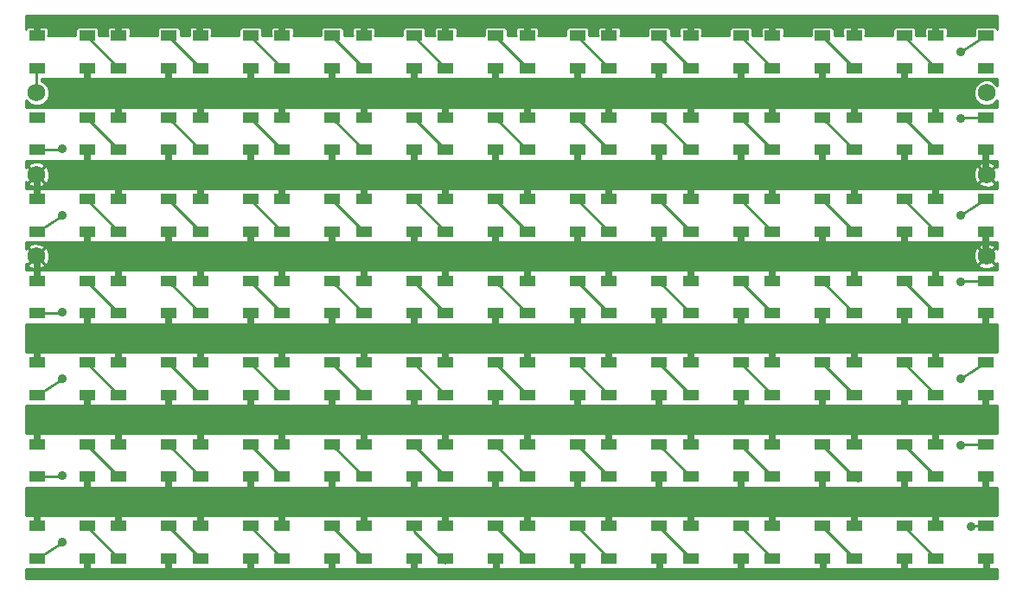
<source format=gbr>
G04 #@! TF.FileFunction,Copper,L1,Top,Signal*
%FSLAX46Y46*%
G04 Gerber Fmt 4.6, Leading zero omitted, Abs format (unit mm)*
G04 Created by KiCad (PCBNEW (after 2015-may-25 BZR unknown)-product) date 6/10/2015 5:05:59 PM*
%MOMM*%
G01*
G04 APERTURE LIST*
%ADD10C,0.100000*%
%ADD11C,1.750000*%
%ADD12R,1.500000X1.000000*%
%ADD13C,0.889000*%
%ADD14C,0.254000*%
%ADD15C,0.650000*%
G04 APERTURE END LIST*
D10*
D11*
X69500000Y-76000000D03*
X69500000Y-68000000D03*
X69500000Y-60000000D03*
X162500000Y-76000000D03*
X162500000Y-68000000D03*
X162500000Y-60000000D03*
D12*
X74450000Y-57600000D03*
X74450000Y-54400000D03*
X69550000Y-54400000D03*
X69550000Y-57600000D03*
X82450000Y-57600000D03*
X82450000Y-54400000D03*
X77550000Y-54400000D03*
X77550000Y-57600000D03*
X90450000Y-57600000D03*
X90450000Y-54400000D03*
X85550000Y-54400000D03*
X85550000Y-57600000D03*
X98450000Y-57600000D03*
X98450000Y-54400000D03*
X93550000Y-54400000D03*
X93550000Y-57600000D03*
X106450000Y-57600000D03*
X106450000Y-54400000D03*
X101550000Y-54400000D03*
X101550000Y-57600000D03*
X114450000Y-57600000D03*
X114450000Y-54400000D03*
X109550000Y-54400000D03*
X109550000Y-57600000D03*
X122450000Y-57600000D03*
X122450000Y-54400000D03*
X117550000Y-54400000D03*
X117550000Y-57600000D03*
X130450000Y-57600000D03*
X130450000Y-54400000D03*
X125550000Y-54400000D03*
X125550000Y-57600000D03*
X138450000Y-57600000D03*
X138450000Y-54400000D03*
X133550000Y-54400000D03*
X133550000Y-57600000D03*
X146450000Y-57600000D03*
X146450000Y-54400000D03*
X141550000Y-54400000D03*
X141550000Y-57600000D03*
X154450000Y-57600000D03*
X154450000Y-54400000D03*
X149550000Y-54400000D03*
X149550000Y-57600000D03*
X162450000Y-57600000D03*
X162450000Y-54400000D03*
X157550000Y-54400000D03*
X157550000Y-57600000D03*
X69550000Y-62400000D03*
X69550000Y-65600000D03*
X74450000Y-65600000D03*
X74450000Y-62400000D03*
X77550000Y-62400000D03*
X77550000Y-65600000D03*
X82450000Y-65600000D03*
X82450000Y-62400000D03*
X85550000Y-62400000D03*
X85550000Y-65600000D03*
X90450000Y-65600000D03*
X90450000Y-62400000D03*
X93550000Y-62400000D03*
X93550000Y-65600000D03*
X98450000Y-65600000D03*
X98450000Y-62400000D03*
X101550000Y-62400000D03*
X101550000Y-65600000D03*
X106450000Y-65600000D03*
X106450000Y-62400000D03*
X109550000Y-62400000D03*
X109550000Y-65600000D03*
X114450000Y-65600000D03*
X114450000Y-62400000D03*
X117550000Y-62400000D03*
X117550000Y-65600000D03*
X122450000Y-65600000D03*
X122450000Y-62400000D03*
X125550000Y-62400000D03*
X125550000Y-65600000D03*
X130450000Y-65600000D03*
X130450000Y-62400000D03*
X133550000Y-62400000D03*
X133550000Y-65600000D03*
X138450000Y-65600000D03*
X138450000Y-62400000D03*
X141550000Y-62400000D03*
X141550000Y-65600000D03*
X146450000Y-65600000D03*
X146450000Y-62400000D03*
X149550000Y-62400000D03*
X149550000Y-65600000D03*
X154450000Y-65600000D03*
X154450000Y-62400000D03*
X157550000Y-62400000D03*
X157550000Y-65600000D03*
X162450000Y-65600000D03*
X162450000Y-62400000D03*
X74450000Y-73600000D03*
X74450000Y-70400000D03*
X69550000Y-70400000D03*
X69550000Y-73600000D03*
X82450000Y-73600000D03*
X82450000Y-70400000D03*
X77550000Y-70400000D03*
X77550000Y-73600000D03*
X90450000Y-73600000D03*
X90450000Y-70400000D03*
X85550000Y-70400000D03*
X85550000Y-73600000D03*
X98450000Y-73600000D03*
X98450000Y-70400000D03*
X93550000Y-70400000D03*
X93550000Y-73600000D03*
X106450000Y-73600000D03*
X106450000Y-70400000D03*
X101550000Y-70400000D03*
X101550000Y-73600000D03*
X114450000Y-73600000D03*
X114450000Y-70400000D03*
X109550000Y-70400000D03*
X109550000Y-73600000D03*
X122450000Y-73600000D03*
X122450000Y-70400000D03*
X117550000Y-70400000D03*
X117550000Y-73600000D03*
X130450000Y-73600000D03*
X130450000Y-70400000D03*
X125550000Y-70400000D03*
X125550000Y-73600000D03*
X138450000Y-73600000D03*
X138450000Y-70400000D03*
X133550000Y-70400000D03*
X133550000Y-73600000D03*
X146450000Y-73600000D03*
X146450000Y-70400000D03*
X141550000Y-70400000D03*
X141550000Y-73600000D03*
X154450000Y-73600000D03*
X154450000Y-70400000D03*
X149550000Y-70400000D03*
X149550000Y-73600000D03*
X162450000Y-73600000D03*
X162450000Y-70400000D03*
X157550000Y-70400000D03*
X157550000Y-73600000D03*
X69550000Y-78400000D03*
X69550000Y-81600000D03*
X74450000Y-81600000D03*
X74450000Y-78400000D03*
X77550000Y-78400000D03*
X77550000Y-81600000D03*
X82450000Y-81600000D03*
X82450000Y-78400000D03*
X85550000Y-78400000D03*
X85550000Y-81600000D03*
X90450000Y-81600000D03*
X90450000Y-78400000D03*
X93550000Y-78400000D03*
X93550000Y-81600000D03*
X98450000Y-81600000D03*
X98450000Y-78400000D03*
X101550000Y-78400000D03*
X101550000Y-81600000D03*
X106450000Y-81600000D03*
X106450000Y-78400000D03*
X109550000Y-78400000D03*
X109550000Y-81600000D03*
X114450000Y-81600000D03*
X114450000Y-78400000D03*
X117550000Y-78400000D03*
X117550000Y-81600000D03*
X122450000Y-81600000D03*
X122450000Y-78400000D03*
X125550000Y-78400000D03*
X125550000Y-81600000D03*
X130450000Y-81600000D03*
X130450000Y-78400000D03*
X133550000Y-78400000D03*
X133550000Y-81600000D03*
X138450000Y-81600000D03*
X138450000Y-78400000D03*
X141550000Y-78400000D03*
X141550000Y-81600000D03*
X146450000Y-81600000D03*
X146450000Y-78400000D03*
X149550000Y-78400000D03*
X149550000Y-81600000D03*
X154450000Y-81600000D03*
X154450000Y-78400000D03*
X157550000Y-78400000D03*
X157550000Y-81600000D03*
X162450000Y-81600000D03*
X162450000Y-78400000D03*
X74450000Y-89600000D03*
X74450000Y-86400000D03*
X69550000Y-86400000D03*
X69550000Y-89600000D03*
X82450000Y-89600000D03*
X82450000Y-86400000D03*
X77550000Y-86400000D03*
X77550000Y-89600000D03*
X90450000Y-89600000D03*
X90450000Y-86400000D03*
X85550000Y-86400000D03*
X85550000Y-89600000D03*
X98450000Y-89600000D03*
X98450000Y-86400000D03*
X93550000Y-86400000D03*
X93550000Y-89600000D03*
X106450000Y-89600000D03*
X106450000Y-86400000D03*
X101550000Y-86400000D03*
X101550000Y-89600000D03*
X114450000Y-89600000D03*
X114450000Y-86400000D03*
X109550000Y-86400000D03*
X109550000Y-89600000D03*
X122450000Y-89600000D03*
X122450000Y-86400000D03*
X117550000Y-86400000D03*
X117550000Y-89600000D03*
X130450000Y-89600000D03*
X130450000Y-86400000D03*
X125550000Y-86400000D03*
X125550000Y-89600000D03*
X138450000Y-89600000D03*
X138450000Y-86400000D03*
X133550000Y-86400000D03*
X133550000Y-89600000D03*
X146450000Y-89600000D03*
X146450000Y-86400000D03*
X141550000Y-86400000D03*
X141550000Y-89600000D03*
X154450000Y-89600000D03*
X154450000Y-86400000D03*
X149550000Y-86400000D03*
X149550000Y-89600000D03*
X162450000Y-89600000D03*
X162450000Y-86400000D03*
X157550000Y-86400000D03*
X157550000Y-89600000D03*
X69550000Y-94400000D03*
X69550000Y-97600000D03*
X74450000Y-97600000D03*
X74450000Y-94400000D03*
X77550000Y-94400000D03*
X77550000Y-97600000D03*
X82450000Y-97600000D03*
X82450000Y-94400000D03*
X85550000Y-94400000D03*
X85550000Y-97600000D03*
X90450000Y-97600000D03*
X90450000Y-94400000D03*
X93550000Y-94400000D03*
X93550000Y-97600000D03*
X98450000Y-97600000D03*
X98450000Y-94400000D03*
X101550000Y-94400000D03*
X101550000Y-97600000D03*
X106450000Y-97600000D03*
X106450000Y-94400000D03*
X109550000Y-94400000D03*
X109550000Y-97600000D03*
X114450000Y-97600000D03*
X114450000Y-94400000D03*
X117550000Y-94400000D03*
X117550000Y-97600000D03*
X122450000Y-97600000D03*
X122450000Y-94400000D03*
X125550000Y-94400000D03*
X125550000Y-97600000D03*
X130450000Y-97600000D03*
X130450000Y-94400000D03*
X133550000Y-94400000D03*
X133550000Y-97600000D03*
X138450000Y-97600000D03*
X138450000Y-94400000D03*
X141550000Y-94400000D03*
X141550000Y-97600000D03*
X146450000Y-97600000D03*
X146450000Y-94400000D03*
X149550000Y-94400000D03*
X149550000Y-97600000D03*
X154450000Y-97600000D03*
X154450000Y-94400000D03*
X157550000Y-94400000D03*
X157550000Y-97600000D03*
X162450000Y-97600000D03*
X162450000Y-94400000D03*
X74450000Y-105600000D03*
X74450000Y-102400000D03*
X69550000Y-102400000D03*
X69550000Y-105600000D03*
X82450000Y-105600000D03*
X82450000Y-102400000D03*
X77550000Y-102400000D03*
X77550000Y-105600000D03*
X90450000Y-105600000D03*
X90450000Y-102400000D03*
X85550000Y-102400000D03*
X85550000Y-105600000D03*
X98450000Y-105600000D03*
X98450000Y-102400000D03*
X93550000Y-102400000D03*
X93550000Y-105600000D03*
X106450000Y-105600000D03*
X106450000Y-102400000D03*
X101550000Y-102400000D03*
X101550000Y-105600000D03*
X114450000Y-105600000D03*
X114450000Y-102400000D03*
X109550000Y-102400000D03*
X109550000Y-105600000D03*
X122450000Y-105600000D03*
X122450000Y-102400000D03*
X117550000Y-102400000D03*
X117550000Y-105600000D03*
X130450000Y-105600000D03*
X130450000Y-102400000D03*
X125550000Y-102400000D03*
X125550000Y-105600000D03*
X138450000Y-105600000D03*
X138450000Y-102400000D03*
X133550000Y-102400000D03*
X133550000Y-105600000D03*
X146450000Y-105600000D03*
X146450000Y-102400000D03*
X141550000Y-102400000D03*
X141550000Y-105600000D03*
X154450000Y-105600000D03*
X154450000Y-102400000D03*
X149550000Y-102400000D03*
X149550000Y-105600000D03*
X162450000Y-105600000D03*
X162450000Y-102400000D03*
X157550000Y-102400000D03*
X157550000Y-105600000D03*
D13*
X72000000Y-65500000D03*
X72000000Y-72000000D03*
X72000000Y-81500000D03*
X72000000Y-88000000D03*
X160000000Y-88000000D03*
X160000000Y-94500000D03*
X80000000Y-107000000D03*
X80000000Y-76000000D03*
X80000000Y-60000000D03*
X80000000Y-92000000D03*
X96000000Y-107000000D03*
X96000000Y-76000000D03*
X96000000Y-60000000D03*
X96000000Y-92000000D03*
X112000000Y-107000000D03*
X112000000Y-76000000D03*
X112000000Y-60000000D03*
X112000000Y-92000000D03*
X144000000Y-107000000D03*
X144000000Y-76000000D03*
X144000000Y-60000000D03*
X144000000Y-92000000D03*
X128000000Y-107000000D03*
X128000000Y-76000000D03*
X128000000Y-60000000D03*
X128000000Y-92000000D03*
X88000000Y-84000000D03*
X88000000Y-68000000D03*
X88000000Y-53000000D03*
X104000000Y-100000000D03*
X104000000Y-68000000D03*
X104000000Y-53000000D03*
X104000000Y-84000000D03*
X120000000Y-100000000D03*
X120000000Y-68000000D03*
X120000000Y-53000000D03*
X120000000Y-84000000D03*
X136000000Y-100000000D03*
X136000000Y-68000000D03*
X136000000Y-53000000D03*
X136000000Y-84000000D03*
X152000000Y-68000000D03*
X152000000Y-53000000D03*
X152000000Y-84000000D03*
X152000000Y-100000000D03*
X88000000Y-100000000D03*
X161000000Y-102500000D03*
X160000000Y-56000000D03*
X160000000Y-62500000D03*
X160000000Y-72000000D03*
X160000000Y-78500000D03*
X72000000Y-97500000D03*
X72000000Y-104000000D03*
D14*
X74450000Y-54400000D02*
X74450000Y-54500000D01*
X74450000Y-54500000D02*
X77550000Y-57600000D01*
X82450000Y-54400000D02*
X82450000Y-54500000D01*
X82450000Y-54500000D02*
X85550000Y-57600000D01*
X90450000Y-54400000D02*
X90450000Y-54500000D01*
X90450000Y-54500000D02*
X93550000Y-57600000D01*
X138450000Y-54400000D02*
X138450000Y-54500000D01*
X138450000Y-54500000D02*
X141550000Y-57600000D01*
X98450000Y-54400000D02*
X98450000Y-54500000D01*
X98450000Y-54500000D02*
X101550000Y-57600000D01*
X71900000Y-65600000D02*
X72000000Y-65500000D01*
X72000000Y-72000000D02*
X71900000Y-72100000D01*
X71900000Y-72100000D02*
X69550000Y-73600000D01*
X69550000Y-65600000D02*
X71900000Y-65600000D01*
X146450000Y-54400000D02*
X146450000Y-54500000D01*
X146450000Y-54500000D02*
X149550000Y-57600000D01*
X74450000Y-62400000D02*
X74450000Y-62500000D01*
X74450000Y-62500000D02*
X77550000Y-65600000D01*
X130450000Y-62400000D02*
X130450000Y-62500000D01*
X130450000Y-62500000D02*
X133550000Y-65600000D01*
X154450000Y-62400000D02*
X154450000Y-62500000D01*
X154450000Y-62500000D02*
X157550000Y-65600000D01*
X82450000Y-70400000D02*
X82450000Y-70500000D01*
X82450000Y-70500000D02*
X85550000Y-73600000D01*
X98450000Y-70400000D02*
X98450000Y-70500000D01*
X98450000Y-70500000D02*
X101550000Y-73600000D01*
X106450000Y-70400000D02*
X106450000Y-70500000D01*
X106450000Y-70500000D02*
X109550000Y-73600000D01*
X122450000Y-70400000D02*
X122450000Y-70500000D01*
X122450000Y-70500000D02*
X125550000Y-73600000D01*
X130450000Y-86500000D02*
X133550000Y-89600000D01*
X130450000Y-86400000D02*
X130450000Y-86500000D01*
X138450000Y-86500000D02*
X141550000Y-89600000D01*
X138450000Y-86400000D02*
X138450000Y-86500000D01*
X154450000Y-86500000D02*
X157550000Y-89600000D01*
X154450000Y-86400000D02*
X154450000Y-86500000D01*
X82450000Y-94500000D02*
X85550000Y-97600000D01*
X82450000Y-94400000D02*
X82450000Y-94500000D01*
X106450000Y-94500000D02*
X109550000Y-97600000D01*
X106450000Y-94400000D02*
X106450000Y-94500000D01*
X130450000Y-102500000D02*
X133550000Y-105600000D01*
X130450000Y-102400000D02*
X130450000Y-102500000D01*
X146450000Y-102500000D02*
X149550000Y-105600000D01*
X146450000Y-102400000D02*
X146450000Y-102500000D01*
X106450000Y-54400000D02*
X106450000Y-54500000D01*
X106450000Y-54500000D02*
X109550000Y-57600000D01*
X122450000Y-62400000D02*
X122450000Y-62500000D01*
X122450000Y-62500000D02*
X125550000Y-65600000D01*
X138450000Y-62400000D02*
X138450000Y-62500000D01*
X138450000Y-62500000D02*
X141550000Y-65600000D01*
X146450000Y-62400000D02*
X146450000Y-62500000D01*
X146450000Y-62500000D02*
X149550000Y-65600000D01*
X74450000Y-70400000D02*
X74450000Y-70500000D01*
X74450000Y-70500000D02*
X77550000Y-73600000D01*
X90450000Y-70400000D02*
X90450000Y-70500000D01*
X90450000Y-70500000D02*
X93550000Y-73600000D01*
X71900000Y-81600000D02*
X72000000Y-81500000D01*
X72000000Y-88000000D02*
X71900000Y-88100000D01*
X71900000Y-88100000D02*
X69550000Y-89600000D01*
X69550000Y-81600000D02*
X71900000Y-81600000D01*
X122450000Y-86500000D02*
X125550000Y-89600000D01*
X122450000Y-86400000D02*
X122450000Y-86500000D01*
X146450000Y-86500000D02*
X149550000Y-89600000D01*
X146450000Y-86400000D02*
X146450000Y-86500000D01*
X160100000Y-87900000D02*
X160000000Y-88000000D01*
X160000000Y-94500000D02*
X160100000Y-94400000D01*
X160100000Y-94400000D02*
X162450000Y-94400000D01*
X162450000Y-86400000D02*
X160100000Y-87900000D01*
X74450000Y-94500000D02*
X77550000Y-97600000D01*
X74450000Y-94400000D02*
X74450000Y-94500000D01*
X90450000Y-94500000D02*
X93550000Y-97600000D01*
X90450000Y-94400000D02*
X90450000Y-94500000D01*
X98450000Y-94500000D02*
X101550000Y-97600000D01*
X98450000Y-94400000D02*
X98450000Y-94500000D01*
X122450000Y-102500000D02*
X125550000Y-105600000D01*
X122450000Y-102400000D02*
X122450000Y-102500000D01*
X138450000Y-102500000D02*
X141550000Y-105600000D01*
X138450000Y-102400000D02*
X138450000Y-102500000D01*
X154450000Y-102500000D02*
X157550000Y-105600000D01*
X154450000Y-102400000D02*
X154450000Y-102500000D01*
D15*
X162500000Y-105650000D02*
X162500000Y-107000000D01*
X162450000Y-105600000D02*
X162500000Y-105650000D01*
X154500000Y-105650000D02*
X154500000Y-107000000D01*
X154450000Y-105600000D02*
X154500000Y-105650000D01*
X146500000Y-105650000D02*
X146500000Y-107000000D01*
X146450000Y-105600000D02*
X146500000Y-105650000D01*
X138500000Y-105650000D02*
X138500000Y-107000000D01*
X138450000Y-105600000D02*
X138500000Y-105650000D01*
X130500000Y-105650000D02*
X130500000Y-107000000D01*
X130450000Y-105600000D02*
X130500000Y-105650000D01*
X114500000Y-105650000D02*
X114500000Y-107000000D01*
X114450000Y-105600000D02*
X114500000Y-105650000D01*
X106500000Y-105650000D02*
X106500000Y-107000000D01*
X106450000Y-105600000D02*
X106500000Y-105650000D01*
X82450000Y-75950000D02*
X82500000Y-76000000D01*
X82450000Y-73600000D02*
X82450000Y-75950000D01*
X82450000Y-91950000D02*
X82500000Y-92000000D01*
X82450000Y-89600000D02*
X82450000Y-91950000D01*
X82450000Y-106950000D02*
X82500000Y-107000000D01*
X82450000Y-105600000D02*
X82450000Y-106950000D01*
X74450000Y-59950000D02*
X74500000Y-60000000D01*
X74450000Y-57600000D02*
X74450000Y-59950000D01*
X77550000Y-60050000D02*
X77500000Y-60000000D01*
X77550000Y-62400000D02*
X77550000Y-60050000D01*
X82450000Y-59950000D02*
X82500000Y-60000000D01*
X82450000Y-57600000D02*
X82450000Y-59950000D01*
X90450000Y-59950000D02*
X90500000Y-60000000D01*
X90450000Y-57600000D02*
X90450000Y-59950000D01*
X85550000Y-60050000D02*
X85500000Y-60000000D01*
X85550000Y-62400000D02*
X85550000Y-60050000D01*
X93550000Y-60050000D02*
X93500000Y-60000000D01*
X93550000Y-62400000D02*
X93550000Y-60050000D01*
X98450000Y-59950000D02*
X98500000Y-60000000D01*
X98450000Y-57600000D02*
X98450000Y-59950000D01*
X101550000Y-60050000D02*
X101500000Y-60000000D01*
X101550000Y-62400000D02*
X101550000Y-60050000D01*
X106450000Y-59950000D02*
X106500000Y-60000000D01*
X106450000Y-57600000D02*
X106450000Y-59950000D01*
X114450000Y-59950000D02*
X114500000Y-60000000D01*
X114450000Y-57600000D02*
X114450000Y-59950000D01*
X117550000Y-60050000D02*
X117500000Y-60000000D01*
X117550000Y-62400000D02*
X117550000Y-60050000D01*
X122450000Y-59950000D02*
X122500000Y-60000000D01*
X122450000Y-57600000D02*
X122450000Y-59950000D01*
X125550000Y-60050000D02*
X125500000Y-60000000D01*
X125550000Y-62400000D02*
X125550000Y-60050000D01*
X130450000Y-59950000D02*
X130500000Y-60000000D01*
X130450000Y-57600000D02*
X130450000Y-59950000D01*
X138450000Y-59950000D02*
X138500000Y-60000000D01*
X138450000Y-57600000D02*
X138450000Y-59950000D01*
X146450000Y-59950000D02*
X146500000Y-60000000D01*
X146450000Y-57600000D02*
X146450000Y-59950000D01*
X141550000Y-60050000D02*
X141500000Y-60000000D01*
X141550000Y-62400000D02*
X141550000Y-60050000D01*
X149550000Y-60050000D02*
X149500000Y-60000000D01*
X149550000Y-62400000D02*
X149550000Y-60050000D01*
X157550000Y-60050000D02*
X157500000Y-60000000D01*
X157550000Y-62400000D02*
X157550000Y-60050000D01*
X133550000Y-60050000D02*
X133500000Y-60000000D01*
X133550000Y-62400000D02*
X133550000Y-60050000D01*
X74450000Y-75950000D02*
X74500000Y-76000000D01*
X74450000Y-73600000D02*
X74450000Y-75950000D01*
X74450000Y-91950000D02*
X74500000Y-92000000D01*
X74450000Y-89600000D02*
X74450000Y-91950000D01*
X74450000Y-106950000D02*
X74500000Y-107000000D01*
X74450000Y-105600000D02*
X74450000Y-106950000D01*
X154450000Y-59950000D02*
X154500000Y-60000000D01*
X154450000Y-57600000D02*
X154450000Y-59950000D01*
X154450000Y-75950000D02*
X154500000Y-76000000D01*
X154450000Y-73600000D02*
X154450000Y-75950000D01*
X162450000Y-75950000D02*
X162500000Y-76000000D01*
X162450000Y-73600000D02*
X162450000Y-75950000D01*
X157550000Y-76050000D02*
X157500000Y-76000000D01*
X157550000Y-78400000D02*
X157550000Y-76050000D01*
X149550000Y-76050000D02*
X149500000Y-76000000D01*
X149550000Y-78400000D02*
X149550000Y-76050000D01*
X146450000Y-75950000D02*
X146500000Y-76000000D01*
X146450000Y-73600000D02*
X146450000Y-75950000D01*
X141550000Y-76050000D02*
X141500000Y-76000000D01*
X141550000Y-78400000D02*
X141550000Y-76050000D01*
X133550000Y-76050000D02*
X133500000Y-76000000D01*
X133550000Y-78400000D02*
X133550000Y-76050000D01*
X138450000Y-75950000D02*
X138500000Y-76000000D01*
X138450000Y-73600000D02*
X138450000Y-75950000D01*
X130450000Y-75950000D02*
X130500000Y-76000000D01*
X130450000Y-73600000D02*
X130450000Y-75950000D01*
X125550000Y-76050000D02*
X125500000Y-76000000D01*
X125550000Y-78400000D02*
X125550000Y-76050000D01*
X122450000Y-75950000D02*
X122500000Y-76000000D01*
X122450000Y-73600000D02*
X122450000Y-75950000D01*
X117550000Y-76050000D02*
X117500000Y-76000000D01*
X117550000Y-78400000D02*
X117550000Y-76050000D01*
X114450000Y-75950000D02*
X114500000Y-76000000D01*
X114450000Y-73600000D02*
X114450000Y-75950000D01*
X109550000Y-76050000D02*
X109500000Y-76000000D01*
X109550000Y-78400000D02*
X109550000Y-76050000D01*
X106450000Y-75950000D02*
X106500000Y-76000000D01*
X106450000Y-73600000D02*
X106450000Y-75950000D01*
X101550000Y-76050000D02*
X101500000Y-76000000D01*
X101550000Y-78400000D02*
X101550000Y-76050000D01*
X98450000Y-75950000D02*
X98500000Y-76000000D01*
X98450000Y-73600000D02*
X98450000Y-75950000D01*
X93550000Y-76050000D02*
X93500000Y-76000000D01*
X93550000Y-78400000D02*
X93550000Y-76050000D01*
X90450000Y-75950000D02*
X90500000Y-76000000D01*
X90450000Y-73600000D02*
X90450000Y-75950000D01*
X85550000Y-76050000D02*
X85500000Y-76000000D01*
X85550000Y-78400000D02*
X85550000Y-76050000D01*
X77550000Y-76050000D02*
X77500000Y-76000000D01*
X77550000Y-78400000D02*
X77550000Y-76050000D01*
X77550000Y-92050000D02*
X77500000Y-92000000D01*
X77550000Y-94400000D02*
X77550000Y-92050000D01*
X69550000Y-92050000D02*
X69500000Y-92000000D01*
X69550000Y-94400000D02*
X69550000Y-92050000D01*
X85550000Y-92050000D02*
X85500000Y-92000000D01*
X85550000Y-94400000D02*
X85550000Y-92050000D01*
X90450000Y-91950000D02*
X90500000Y-92000000D01*
X90450000Y-89600000D02*
X90450000Y-91950000D01*
X93550000Y-92050000D02*
X93500000Y-92000000D01*
X93550000Y-94400000D02*
X93550000Y-92050000D01*
X114450000Y-91950000D02*
X114500000Y-92000000D01*
X114450000Y-89600000D02*
X114450000Y-91950000D01*
X106450000Y-91950000D02*
X106500000Y-92000000D01*
X106450000Y-89600000D02*
X106450000Y-91950000D01*
X98450000Y-91950000D02*
X98500000Y-92000000D01*
X98450000Y-89600000D02*
X98450000Y-91950000D01*
X122450000Y-91950000D02*
X122500000Y-92000000D01*
X122450000Y-89600000D02*
X122450000Y-91950000D01*
X101550000Y-92050000D02*
X101500000Y-92000000D01*
X101550000Y-94400000D02*
X101550000Y-92050000D01*
X109550000Y-92050000D02*
X109500000Y-92000000D01*
X109550000Y-94400000D02*
X109550000Y-92050000D01*
X117550000Y-92050000D02*
X117500000Y-92000000D01*
X117550000Y-94400000D02*
X117550000Y-92050000D01*
X90450000Y-106950000D02*
X90500000Y-107000000D01*
X90450000Y-105600000D02*
X90450000Y-106950000D01*
X98450000Y-106950000D02*
X98500000Y-107000000D01*
X98450000Y-105600000D02*
X98450000Y-106950000D01*
X130450000Y-91950000D02*
X130500000Y-92000000D01*
X130450000Y-89600000D02*
X130450000Y-91950000D01*
X125550000Y-92050000D02*
X125500000Y-92000000D01*
X125550000Y-94400000D02*
X125550000Y-92050000D01*
X133550000Y-92050000D02*
X133500000Y-92000000D01*
X133550000Y-94400000D02*
X133550000Y-92050000D01*
X138450000Y-91950000D02*
X138500000Y-92000000D01*
X138450000Y-89600000D02*
X138450000Y-91950000D01*
X141550000Y-92050000D02*
X141500000Y-92000000D01*
X141550000Y-94400000D02*
X141550000Y-92050000D01*
X146450000Y-91950000D02*
X146500000Y-92000000D01*
X146450000Y-89600000D02*
X146450000Y-91950000D01*
X149550000Y-92050000D02*
X149500000Y-92000000D01*
X149550000Y-94400000D02*
X149550000Y-92050000D01*
X154450000Y-91950000D02*
X154500000Y-92000000D01*
X154450000Y-89600000D02*
X154450000Y-91950000D01*
X157550000Y-92050000D02*
X157500000Y-92000000D01*
X157550000Y-94400000D02*
X157550000Y-92050000D01*
X162450000Y-91950000D02*
X162500000Y-92000000D01*
X162450000Y-89600000D02*
X162450000Y-91950000D01*
X79950000Y-60050000D02*
X80000000Y-60000000D01*
X77550000Y-60050000D02*
X79950000Y-60050000D01*
X95950000Y-60050000D02*
X96000000Y-60000000D01*
X93550000Y-60050000D02*
X95950000Y-60050000D01*
X109550000Y-62400000D02*
X109550000Y-60050000D01*
X109550000Y-60050000D02*
X109500000Y-60000000D01*
X109500000Y-60000000D02*
X112000000Y-60000000D01*
X143950000Y-60050000D02*
X144000000Y-60000000D01*
X141550000Y-60050000D02*
X143950000Y-60050000D01*
X127950000Y-60050000D02*
X128000000Y-60000000D01*
X125550000Y-60050000D02*
X127950000Y-60050000D01*
X122450000Y-106950000D02*
X122500000Y-107000000D01*
X122450000Y-105600000D02*
X122450000Y-106950000D01*
X69550000Y-76050000D02*
X69500000Y-76000000D01*
X69550000Y-78400000D02*
X69550000Y-76050000D01*
X85550000Y-54400000D02*
X85500000Y-54350000D01*
X93500000Y-70350000D02*
X93500000Y-68000000D01*
X93550000Y-70400000D02*
X93500000Y-70350000D01*
X82450000Y-99950000D02*
X82500000Y-100000000D01*
X82450000Y-97600000D02*
X82450000Y-99950000D01*
X82450000Y-67950000D02*
X82500000Y-68000000D01*
X82450000Y-65600000D02*
X82450000Y-67950000D01*
X82450000Y-83950000D02*
X82500000Y-84000000D01*
X82450000Y-81600000D02*
X82450000Y-83950000D01*
X74450000Y-83950000D02*
X74500000Y-84000000D01*
X74450000Y-81600000D02*
X74450000Y-83950000D01*
X74450000Y-99950000D02*
X74500000Y-100000000D01*
X74450000Y-97600000D02*
X74450000Y-99950000D01*
X69550000Y-100050000D02*
X69500000Y-100000000D01*
X69550000Y-102400000D02*
X69550000Y-100050000D01*
X77550000Y-100050000D02*
X77500000Y-100000000D01*
X77550000Y-102400000D02*
X77550000Y-100050000D01*
X85550000Y-100050000D02*
X85500000Y-100000000D01*
X85550000Y-102400000D02*
X85550000Y-100050000D01*
X90450000Y-99950000D02*
X90500000Y-100000000D01*
X90450000Y-97600000D02*
X90450000Y-99950000D01*
X93550000Y-100050000D02*
X93500000Y-100000000D01*
X93550000Y-102400000D02*
X93550000Y-100050000D01*
X101550000Y-100050000D02*
X101500000Y-100000000D01*
X101550000Y-102400000D02*
X101550000Y-100050000D01*
X98450000Y-99950000D02*
X98500000Y-100000000D01*
X98450000Y-97600000D02*
X98450000Y-99950000D01*
X106450000Y-99950000D02*
X106500000Y-100000000D01*
X106450000Y-97600000D02*
X106450000Y-99950000D01*
X109550000Y-100050000D02*
X109500000Y-100000000D01*
X109550000Y-102400000D02*
X109550000Y-100050000D01*
X114450000Y-99950000D02*
X114500000Y-100000000D01*
X114450000Y-97600000D02*
X114450000Y-99950000D01*
X117550000Y-100050000D02*
X117500000Y-100000000D01*
X117550000Y-102400000D02*
X117550000Y-100050000D01*
X122450000Y-99950000D02*
X122500000Y-100000000D01*
X122450000Y-97600000D02*
X122450000Y-99950000D01*
X125550000Y-100050000D02*
X125500000Y-100000000D01*
X125550000Y-102400000D02*
X125550000Y-100050000D01*
X130450000Y-99950000D02*
X130500000Y-100000000D01*
X130450000Y-97600000D02*
X130450000Y-99950000D01*
X133550000Y-100050000D02*
X133500000Y-100000000D01*
X133550000Y-102400000D02*
X133550000Y-100050000D01*
X138450000Y-97600000D02*
X138450000Y-99950000D01*
X138450000Y-99950000D02*
X138500000Y-100000000D01*
X141550000Y-100050000D02*
X141500000Y-100000000D01*
X141550000Y-102400000D02*
X141550000Y-100050000D01*
X146450000Y-99950000D02*
X146500000Y-100000000D01*
X146450000Y-97600000D02*
X146450000Y-99950000D01*
X149550000Y-100050000D02*
X149500000Y-100000000D01*
X149550000Y-102400000D02*
X149550000Y-100050000D01*
X157550000Y-100050000D02*
X157500000Y-100000000D01*
X157550000Y-102400000D02*
X157550000Y-100050000D01*
X154450000Y-99950000D02*
X154500000Y-100000000D01*
X154450000Y-97600000D02*
X154450000Y-99950000D01*
X162450000Y-99950000D02*
X162500000Y-100000000D01*
X162450000Y-97600000D02*
X162450000Y-99950000D01*
X74450000Y-67950000D02*
X74500000Y-68000000D01*
X74450000Y-65600000D02*
X74450000Y-67950000D01*
X77550000Y-68050000D02*
X77500000Y-68000000D01*
X77550000Y-70400000D02*
X77550000Y-68050000D01*
X85550000Y-68050000D02*
X85500000Y-68000000D01*
X85550000Y-70400000D02*
X85550000Y-68050000D01*
X90450000Y-67950000D02*
X90500000Y-68000000D01*
X90450000Y-65600000D02*
X90450000Y-67950000D01*
X98450000Y-67950000D02*
X98500000Y-68000000D01*
X98450000Y-65600000D02*
X98450000Y-67950000D01*
X101550000Y-68050000D02*
X101500000Y-68000000D01*
X101550000Y-70400000D02*
X101550000Y-68050000D01*
X106450000Y-67950000D02*
X106500000Y-68000000D01*
X106450000Y-65600000D02*
X106450000Y-67950000D01*
X109550000Y-68050000D02*
X109500000Y-68000000D01*
X109550000Y-70400000D02*
X109550000Y-68050000D01*
X114450000Y-67950000D02*
X114500000Y-68000000D01*
X114450000Y-65600000D02*
X114450000Y-67950000D01*
X122450000Y-67950000D02*
X122500000Y-68000000D01*
X122450000Y-65600000D02*
X122450000Y-67950000D01*
X125550000Y-68050000D02*
X125500000Y-68000000D01*
X125550000Y-70400000D02*
X125550000Y-68050000D01*
X117550000Y-68050000D02*
X117500000Y-68000000D01*
X117550000Y-70400000D02*
X117550000Y-68050000D01*
X130450000Y-67950000D02*
X130500000Y-68000000D01*
X130450000Y-65600000D02*
X130450000Y-67950000D01*
X133550000Y-68050000D02*
X133500000Y-68000000D01*
X133550000Y-70400000D02*
X133550000Y-68050000D01*
X138450000Y-67950000D02*
X138500000Y-68000000D01*
X138450000Y-65600000D02*
X138450000Y-67950000D01*
X141550000Y-68050000D02*
X141500000Y-68000000D01*
X141550000Y-70400000D02*
X141550000Y-68050000D01*
X146450000Y-67950000D02*
X146500000Y-68000000D01*
X146450000Y-65600000D02*
X146450000Y-67950000D01*
X149550000Y-68050000D02*
X149500000Y-68000000D01*
X149550000Y-70400000D02*
X149550000Y-68050000D01*
X154450000Y-67950000D02*
X154500000Y-68000000D01*
X154450000Y-65600000D02*
X154450000Y-67950000D01*
X157550000Y-68050000D02*
X157500000Y-68000000D01*
X157550000Y-70400000D02*
X157550000Y-68050000D01*
X162450000Y-67950000D02*
X162500000Y-68000000D01*
X162450000Y-65600000D02*
X162450000Y-67950000D01*
X69550000Y-84050000D02*
X69500000Y-84000000D01*
X69550000Y-86400000D02*
X69550000Y-84050000D01*
X77550000Y-84050000D02*
X77500000Y-84000000D01*
X77550000Y-86400000D02*
X77550000Y-84050000D01*
X85550000Y-84050000D02*
X85500000Y-84000000D01*
X85550000Y-86400000D02*
X85550000Y-84050000D01*
X93550000Y-84050000D02*
X93500000Y-84000000D01*
X93550000Y-86400000D02*
X93550000Y-84050000D01*
X90450000Y-83950000D02*
X90500000Y-84000000D01*
X90450000Y-81600000D02*
X90450000Y-83950000D01*
X98450000Y-83950000D02*
X98500000Y-84000000D01*
X98450000Y-81600000D02*
X98450000Y-83950000D01*
X101550000Y-84050000D02*
X101500000Y-84000000D01*
X101550000Y-86400000D02*
X101550000Y-84050000D01*
X106450000Y-83950000D02*
X106500000Y-84000000D01*
X106450000Y-81600000D02*
X106450000Y-83950000D01*
X109550000Y-84050000D02*
X109500000Y-84000000D01*
X109550000Y-86400000D02*
X109550000Y-84050000D01*
X114450000Y-83950000D02*
X114500000Y-84000000D01*
X114450000Y-81600000D02*
X114450000Y-83950000D01*
X117550000Y-84050000D02*
X117500000Y-84000000D01*
X117550000Y-86400000D02*
X117550000Y-84050000D01*
X122450000Y-83950000D02*
X122500000Y-84000000D01*
X122450000Y-81600000D02*
X122450000Y-83950000D01*
X125550000Y-84050000D02*
X125500000Y-84000000D01*
X125550000Y-86400000D02*
X125550000Y-84050000D01*
X138450000Y-83950000D02*
X138500000Y-84000000D01*
X138450000Y-81600000D02*
X138450000Y-83950000D01*
X130450000Y-83950000D02*
X130500000Y-84000000D01*
X130450000Y-81600000D02*
X130450000Y-83950000D01*
X146450000Y-83950000D02*
X146500000Y-84000000D01*
X146450000Y-81600000D02*
X146450000Y-83950000D01*
X154450000Y-81600000D02*
X154450000Y-83950000D01*
X154450000Y-83950000D02*
X154500000Y-84000000D01*
X162450000Y-83950000D02*
X162500000Y-84000000D01*
X162450000Y-81600000D02*
X162450000Y-83950000D01*
X157550000Y-84050000D02*
X157500000Y-84000000D01*
X157550000Y-86400000D02*
X157550000Y-84050000D01*
X149550000Y-84050000D02*
X149500000Y-84000000D01*
X149550000Y-86400000D02*
X149550000Y-84050000D01*
X141550000Y-84050000D02*
X141500000Y-84000000D01*
X141550000Y-86400000D02*
X141550000Y-84050000D01*
X133550000Y-84050000D02*
X133500000Y-84000000D01*
X133550000Y-86400000D02*
X133550000Y-84050000D01*
X85500000Y-53000000D02*
X88000000Y-53000000D01*
X85500000Y-53000000D02*
X85500000Y-54350000D01*
X77550000Y-53050000D02*
X77500000Y-53000000D01*
X77550000Y-54400000D02*
X77550000Y-53050000D01*
X69550000Y-53050000D02*
X69500000Y-53000000D01*
X69550000Y-54400000D02*
X69550000Y-53050000D01*
X93550000Y-53050000D02*
X93500000Y-53000000D01*
X93550000Y-54400000D02*
X93550000Y-53050000D01*
X101550000Y-53050000D02*
X101500000Y-53000000D01*
X101550000Y-54400000D02*
X101550000Y-53050000D01*
X103950000Y-53050000D02*
X104000000Y-53000000D01*
X101550000Y-53050000D02*
X103950000Y-53050000D01*
X109550000Y-53050000D02*
X109500000Y-53000000D01*
X109550000Y-54400000D02*
X109550000Y-53050000D01*
X117550000Y-53050000D02*
X117500000Y-53000000D01*
X117550000Y-54400000D02*
X117550000Y-53050000D01*
X119950000Y-53050000D02*
X120000000Y-53000000D01*
X117550000Y-53050000D02*
X119950000Y-53050000D01*
X125550000Y-53050000D02*
X125500000Y-53000000D01*
X125550000Y-54400000D02*
X125550000Y-53050000D01*
X133550000Y-53050000D02*
X133500000Y-53000000D01*
X133550000Y-54400000D02*
X133550000Y-53050000D01*
X135950000Y-53050000D02*
X136000000Y-53000000D01*
X133550000Y-53050000D02*
X135950000Y-53050000D01*
X141550000Y-53050000D02*
X141500000Y-53000000D01*
X141550000Y-54400000D02*
X141550000Y-53050000D01*
X149550000Y-53050000D02*
X149500000Y-53000000D01*
X149550000Y-54400000D02*
X149550000Y-53050000D01*
X151950000Y-53050000D02*
X152000000Y-53000000D01*
X149550000Y-53050000D02*
X151950000Y-53050000D01*
X157550000Y-53050000D02*
X157500000Y-53000000D01*
X157550000Y-54400000D02*
X157550000Y-53050000D01*
X69550000Y-68050000D02*
X69500000Y-68000000D01*
X69550000Y-70400000D02*
X69550000Y-68050000D01*
X69550000Y-60050000D02*
X69500000Y-60000000D01*
D14*
X69500000Y-57650000D02*
X69550000Y-57600000D01*
X69500000Y-60000000D02*
X69500000Y-57650000D01*
X161100000Y-102400000D02*
X162450000Y-102400000D01*
X161100000Y-102400000D02*
X161000000Y-102500000D01*
D15*
X162450000Y-59950000D02*
X162500000Y-60000000D01*
D14*
X114450000Y-54400000D02*
X114450000Y-54500000D01*
X114450000Y-54500000D02*
X117550000Y-57600000D01*
X122450000Y-54400000D02*
X122450000Y-54500000D01*
X122450000Y-54500000D02*
X125550000Y-57600000D01*
X130450000Y-54400000D02*
X130450000Y-54500000D01*
X130450000Y-54500000D02*
X133550000Y-57600000D01*
X154450000Y-54400000D02*
X154450000Y-54500000D01*
X154450000Y-54500000D02*
X157550000Y-57600000D01*
X162450000Y-62400000D02*
X160100000Y-62400000D01*
X160100000Y-55900000D02*
X162450000Y-54400000D01*
X160000000Y-56000000D02*
X160100000Y-55900000D01*
X160100000Y-62400000D02*
X160000000Y-62500000D01*
X82450000Y-62400000D02*
X82450000Y-62500000D01*
X82450000Y-62500000D02*
X85550000Y-65600000D01*
X90450000Y-62400000D02*
X90450000Y-62500000D01*
X90450000Y-62500000D02*
X93550000Y-65600000D01*
X98450000Y-62400000D02*
X98450000Y-62500000D01*
X98450000Y-62500000D02*
X101550000Y-65600000D01*
X98450000Y-62500000D02*
X101550000Y-65600000D01*
X106450000Y-62400000D02*
X106450000Y-62500000D01*
X106450000Y-62500000D02*
X109550000Y-65600000D01*
X114450000Y-62500000D02*
X117550000Y-65600000D01*
X114450000Y-62400000D02*
X114450000Y-62500000D01*
X114450000Y-70400000D02*
X114450000Y-70500000D01*
X114450000Y-70500000D02*
X117550000Y-73600000D01*
X130450000Y-70400000D02*
X130450000Y-70500000D01*
X130450000Y-70500000D02*
X133550000Y-73600000D01*
X138450000Y-70400000D02*
X138450000Y-70500000D01*
X138450000Y-70500000D02*
X141550000Y-73600000D01*
X146450000Y-70400000D02*
X146450000Y-70500000D01*
X146450000Y-70500000D02*
X149550000Y-73600000D01*
X154450000Y-70400000D02*
X154450000Y-70500000D01*
X154450000Y-70500000D02*
X157550000Y-73600000D01*
X160100000Y-71900000D02*
X160000000Y-72000000D01*
X160000000Y-78500000D02*
X160100000Y-78400000D01*
X160100000Y-78400000D02*
X162450000Y-78400000D01*
X162450000Y-70400000D02*
X160100000Y-71900000D01*
X74450000Y-78500000D02*
X77550000Y-81600000D01*
X74450000Y-78400000D02*
X74450000Y-78500000D01*
X82450000Y-78500000D02*
X85550000Y-81600000D01*
X82450000Y-78400000D02*
X82450000Y-78500000D01*
X90450000Y-78500000D02*
X93550000Y-81600000D01*
X90450000Y-78400000D02*
X90450000Y-78500000D01*
X98450000Y-78500000D02*
X101550000Y-81600000D01*
X98450000Y-78400000D02*
X98450000Y-78500000D01*
X106450000Y-78500000D02*
X109550000Y-81600000D01*
X106450000Y-78400000D02*
X106450000Y-78500000D01*
X114450000Y-78500000D02*
X117550000Y-81600000D01*
X114450000Y-78400000D02*
X114450000Y-78500000D01*
X122450000Y-78500000D02*
X125550000Y-81600000D01*
X122450000Y-78400000D02*
X122450000Y-78500000D01*
X130450000Y-78500000D02*
X133550000Y-81600000D01*
X130450000Y-78400000D02*
X130450000Y-78500000D01*
X138450000Y-78500000D02*
X141550000Y-81600000D01*
X138450000Y-78400000D02*
X138450000Y-78500000D01*
X146450000Y-78500000D02*
X149550000Y-81600000D01*
X146450000Y-78400000D02*
X146450000Y-78500000D01*
X154450000Y-78500000D02*
X157550000Y-81600000D01*
X154450000Y-78400000D02*
X154450000Y-78500000D01*
X74450000Y-86500000D02*
X77550000Y-89600000D01*
X74450000Y-86400000D02*
X74450000Y-86500000D01*
X82450000Y-86500000D02*
X85550000Y-89600000D01*
X82450000Y-86400000D02*
X82450000Y-86500000D01*
X90450000Y-86500000D02*
X93550000Y-89600000D01*
X90450000Y-86400000D02*
X90450000Y-86500000D01*
X98450000Y-86500000D02*
X101550000Y-89600000D01*
X98450000Y-86400000D02*
X98450000Y-86500000D01*
X106450000Y-86500000D02*
X109550000Y-89600000D01*
X106450000Y-86400000D02*
X106450000Y-86500000D01*
X114450000Y-86500000D02*
X117550000Y-89600000D01*
X114450000Y-86400000D02*
X114450000Y-86500000D01*
X71900000Y-97600000D02*
X72000000Y-97500000D01*
X72000000Y-104000000D02*
X71900000Y-104100000D01*
X71900000Y-104100000D02*
X69550000Y-105600000D01*
X69550000Y-97600000D02*
X71900000Y-97600000D01*
X114450000Y-94500000D02*
X117550000Y-97600000D01*
X114450000Y-94400000D02*
X114450000Y-94500000D01*
X122450000Y-94500000D02*
X125550000Y-97600000D01*
X122450000Y-94400000D02*
X122450000Y-94500000D01*
X130450000Y-94500000D02*
X133550000Y-97600000D01*
X130450000Y-94400000D02*
X130450000Y-94500000D01*
X138450000Y-94500000D02*
X141550000Y-97600000D01*
X138450000Y-94400000D02*
X138450000Y-94500000D01*
X150000000Y-98000000D02*
X149550000Y-97600000D01*
X149950000Y-98000000D02*
X150000000Y-98000000D01*
X146450000Y-94500000D02*
X149950000Y-98000000D01*
X146450000Y-94400000D02*
X146450000Y-94500000D01*
X154450000Y-94500000D02*
X157550000Y-97600000D01*
X154450000Y-94400000D02*
X154450000Y-94500000D01*
X74450000Y-102500000D02*
X77550000Y-105600000D01*
X74450000Y-102400000D02*
X74450000Y-102500000D01*
X82450000Y-102500000D02*
X85550000Y-105600000D01*
X82450000Y-102400000D02*
X82450000Y-102500000D01*
X90450000Y-102500000D02*
X93550000Y-105600000D01*
X90450000Y-102400000D02*
X90450000Y-102500000D01*
X98450000Y-102500000D02*
X101550000Y-105600000D01*
X98450000Y-102400000D02*
X98450000Y-102500000D01*
X109500000Y-106000000D02*
X109550000Y-105600000D01*
X106450000Y-102950000D02*
X109500000Y-106000000D01*
X106450000Y-102400000D02*
X106450000Y-102950000D01*
X114450000Y-102500000D02*
X117550000Y-105600000D01*
X114450000Y-102400000D02*
X114450000Y-102500000D01*
G36*
X163569000Y-61373000D02*
X68431000Y-61373000D01*
X68431000Y-60701836D01*
X68434595Y-60710537D01*
X68787604Y-61064164D01*
X69249070Y-61255781D01*
X69748738Y-61256217D01*
X70210537Y-61065405D01*
X70564164Y-60712396D01*
X70755781Y-60250930D01*
X70756217Y-59751262D01*
X70565405Y-59289463D01*
X70212396Y-58935836D01*
X70008000Y-58850963D01*
X70008000Y-58627000D01*
X163569000Y-58627000D01*
X163569000Y-59298163D01*
X163565405Y-59289463D01*
X163212396Y-58935836D01*
X162750930Y-58744219D01*
X162251262Y-58743783D01*
X161789463Y-58934595D01*
X161435836Y-59287604D01*
X161244219Y-59749070D01*
X161243783Y-60248738D01*
X161434595Y-60710537D01*
X161787604Y-61064164D01*
X162249070Y-61255781D01*
X162748738Y-61256217D01*
X163210537Y-61065405D01*
X163564164Y-60712396D01*
X163569000Y-60700749D01*
X163569000Y-61373000D01*
X163569000Y-61373000D01*
G37*
X163569000Y-61373000D02*
X68431000Y-61373000D01*
X68431000Y-60701836D01*
X68434595Y-60710537D01*
X68787604Y-61064164D01*
X69249070Y-61255781D01*
X69748738Y-61256217D01*
X70210537Y-61065405D01*
X70564164Y-60712396D01*
X70755781Y-60250930D01*
X70756217Y-59751262D01*
X70565405Y-59289463D01*
X70212396Y-58935836D01*
X70008000Y-58850963D01*
X70008000Y-58627000D01*
X163569000Y-58627000D01*
X163569000Y-59298163D01*
X163565405Y-59289463D01*
X163212396Y-58935836D01*
X162750930Y-58744219D01*
X162251262Y-58743783D01*
X161789463Y-58934595D01*
X161435836Y-59287604D01*
X161244219Y-59749070D01*
X161243783Y-60248738D01*
X161434595Y-60710537D01*
X161787604Y-61064164D01*
X162249070Y-61255781D01*
X162748738Y-61256217D01*
X163210537Y-61065405D01*
X163564164Y-60712396D01*
X163569000Y-60700749D01*
X163569000Y-61373000D01*
G36*
X163569000Y-69373000D02*
X163337820Y-69373000D01*
X163337820Y-68838527D01*
X162500000Y-68000707D01*
X162499293Y-68001414D01*
X162499293Y-68000000D01*
X161661473Y-67162180D01*
X161463674Y-67247684D01*
X161254661Y-67701535D01*
X161235240Y-68200825D01*
X161408366Y-68669540D01*
X161463674Y-68752316D01*
X161661473Y-68837820D01*
X162499293Y-68000000D01*
X162499293Y-68001414D01*
X161662180Y-68838527D01*
X161747684Y-69036326D01*
X162201535Y-69245339D01*
X162700825Y-69264760D01*
X163169540Y-69091634D01*
X163252316Y-69036326D01*
X163337820Y-68838527D01*
X163337820Y-69373000D01*
X70764760Y-69373000D01*
X70764760Y-67799175D01*
X70591634Y-67330460D01*
X70536326Y-67247684D01*
X70338527Y-67162180D01*
X70337820Y-67162887D01*
X70337820Y-67161473D01*
X70252316Y-66963674D01*
X69798465Y-66754661D01*
X69299175Y-66735240D01*
X68830460Y-66908366D01*
X68747684Y-66963674D01*
X68662180Y-67161473D01*
X69500000Y-67999293D01*
X70337820Y-67161473D01*
X70337820Y-67162887D01*
X69500707Y-68000000D01*
X70338527Y-68837820D01*
X70536326Y-68752316D01*
X70745339Y-68298465D01*
X70764760Y-67799175D01*
X70764760Y-69373000D01*
X70337820Y-69373000D01*
X70337820Y-68838527D01*
X69500000Y-68000707D01*
X68662180Y-68838527D01*
X68747684Y-69036326D01*
X69201535Y-69245339D01*
X69700825Y-69264760D01*
X70169540Y-69091634D01*
X70252316Y-69036326D01*
X70337820Y-68838527D01*
X70337820Y-69373000D01*
X68431000Y-69373000D01*
X68431000Y-68703414D01*
X68463674Y-68752316D01*
X68661473Y-68837820D01*
X69499293Y-68000000D01*
X68661473Y-67162180D01*
X68463674Y-67247684D01*
X68431000Y-67318632D01*
X68431000Y-66627000D01*
X163569000Y-66627000D01*
X163569000Y-67296585D01*
X163536326Y-67247684D01*
X163338527Y-67162180D01*
X163337820Y-67162887D01*
X163337820Y-67161473D01*
X163252316Y-66963674D01*
X162798465Y-66754661D01*
X162299175Y-66735240D01*
X161830460Y-66908366D01*
X161747684Y-66963674D01*
X161662180Y-67161473D01*
X162500000Y-67999293D01*
X163337820Y-67161473D01*
X163337820Y-67162887D01*
X162500707Y-68000000D01*
X163338527Y-68837820D01*
X163536326Y-68752316D01*
X163569000Y-68681367D01*
X163569000Y-69373000D01*
X163569000Y-69373000D01*
G37*
X163569000Y-69373000D02*
X163337820Y-69373000D01*
X163337820Y-68838527D01*
X162500000Y-68000707D01*
X162499293Y-68001414D01*
X162499293Y-68000000D01*
X161661473Y-67162180D01*
X161463674Y-67247684D01*
X161254661Y-67701535D01*
X161235240Y-68200825D01*
X161408366Y-68669540D01*
X161463674Y-68752316D01*
X161661473Y-68837820D01*
X162499293Y-68000000D01*
X162499293Y-68001414D01*
X161662180Y-68838527D01*
X161747684Y-69036326D01*
X162201535Y-69245339D01*
X162700825Y-69264760D01*
X163169540Y-69091634D01*
X163252316Y-69036326D01*
X163337820Y-68838527D01*
X163337820Y-69373000D01*
X70764760Y-69373000D01*
X70764760Y-67799175D01*
X70591634Y-67330460D01*
X70536326Y-67247684D01*
X70338527Y-67162180D01*
X70337820Y-67162887D01*
X70337820Y-67161473D01*
X70252316Y-66963674D01*
X69798465Y-66754661D01*
X69299175Y-66735240D01*
X68830460Y-66908366D01*
X68747684Y-66963674D01*
X68662180Y-67161473D01*
X69500000Y-67999293D01*
X70337820Y-67161473D01*
X70337820Y-67162887D01*
X69500707Y-68000000D01*
X70338527Y-68837820D01*
X70536326Y-68752316D01*
X70745339Y-68298465D01*
X70764760Y-67799175D01*
X70764760Y-69373000D01*
X70337820Y-69373000D01*
X70337820Y-68838527D01*
X69500000Y-68000707D01*
X68662180Y-68838527D01*
X68747684Y-69036326D01*
X69201535Y-69245339D01*
X69700825Y-69264760D01*
X70169540Y-69091634D01*
X70252316Y-69036326D01*
X70337820Y-68838527D01*
X70337820Y-69373000D01*
X68431000Y-69373000D01*
X68431000Y-68703414D01*
X68463674Y-68752316D01*
X68661473Y-68837820D01*
X69499293Y-68000000D01*
X68661473Y-67162180D01*
X68463674Y-67247684D01*
X68431000Y-67318632D01*
X68431000Y-66627000D01*
X163569000Y-66627000D01*
X163569000Y-67296585D01*
X163536326Y-67247684D01*
X163338527Y-67162180D01*
X163337820Y-67162887D01*
X163337820Y-67161473D01*
X163252316Y-66963674D01*
X162798465Y-66754661D01*
X162299175Y-66735240D01*
X161830460Y-66908366D01*
X161747684Y-66963674D01*
X161662180Y-67161473D01*
X162500000Y-67999293D01*
X163337820Y-67161473D01*
X163337820Y-67162887D01*
X162500707Y-68000000D01*
X163338527Y-68837820D01*
X163536326Y-68752316D01*
X163569000Y-68681367D01*
X163569000Y-69373000D01*
G36*
X163569000Y-77373000D02*
X163337820Y-77373000D01*
X163337820Y-76838527D01*
X162500000Y-76000707D01*
X162499293Y-76001414D01*
X162499293Y-76000000D01*
X161661473Y-75162180D01*
X161463674Y-75247684D01*
X161254661Y-75701535D01*
X161235240Y-76200825D01*
X161408366Y-76669540D01*
X161463674Y-76752316D01*
X161661473Y-76837820D01*
X162499293Y-76000000D01*
X162499293Y-76001414D01*
X161662180Y-76838527D01*
X161747684Y-77036326D01*
X162201535Y-77245339D01*
X162700825Y-77264760D01*
X163169540Y-77091634D01*
X163252316Y-77036326D01*
X163337820Y-76838527D01*
X163337820Y-77373000D01*
X70764760Y-77373000D01*
X70764760Y-75799175D01*
X70591634Y-75330460D01*
X70536326Y-75247684D01*
X70338527Y-75162180D01*
X70337820Y-75162887D01*
X70337820Y-75161473D01*
X70252316Y-74963674D01*
X69798465Y-74754661D01*
X69299175Y-74735240D01*
X68830460Y-74908366D01*
X68747684Y-74963674D01*
X68662180Y-75161473D01*
X69500000Y-75999293D01*
X70337820Y-75161473D01*
X70337820Y-75162887D01*
X69500707Y-76000000D01*
X70338527Y-76837820D01*
X70536326Y-76752316D01*
X70745339Y-76298465D01*
X70764760Y-75799175D01*
X70764760Y-77373000D01*
X70337820Y-77373000D01*
X70337820Y-76838527D01*
X69500000Y-76000707D01*
X68662180Y-76838527D01*
X68747684Y-77036326D01*
X69201535Y-77245339D01*
X69700825Y-77264760D01*
X70169540Y-77091634D01*
X70252316Y-77036326D01*
X70337820Y-76838527D01*
X70337820Y-77373000D01*
X68431000Y-77373000D01*
X68431000Y-76703414D01*
X68463674Y-76752316D01*
X68661473Y-76837820D01*
X69499293Y-76000000D01*
X68661473Y-75162180D01*
X68463674Y-75247684D01*
X68431000Y-75318632D01*
X68431000Y-74627000D01*
X163569000Y-74627000D01*
X163569000Y-75296585D01*
X163536326Y-75247684D01*
X163338527Y-75162180D01*
X163337820Y-75162887D01*
X163337820Y-75161473D01*
X163252316Y-74963674D01*
X162798465Y-74754661D01*
X162299175Y-74735240D01*
X161830460Y-74908366D01*
X161747684Y-74963674D01*
X161662180Y-75161473D01*
X162500000Y-75999293D01*
X163337820Y-75161473D01*
X163337820Y-75162887D01*
X162500707Y-76000000D01*
X163338527Y-76837820D01*
X163536326Y-76752316D01*
X163569000Y-76681367D01*
X163569000Y-77373000D01*
X163569000Y-77373000D01*
G37*
X163569000Y-77373000D02*
X163337820Y-77373000D01*
X163337820Y-76838527D01*
X162500000Y-76000707D01*
X162499293Y-76001414D01*
X162499293Y-76000000D01*
X161661473Y-75162180D01*
X161463674Y-75247684D01*
X161254661Y-75701535D01*
X161235240Y-76200825D01*
X161408366Y-76669540D01*
X161463674Y-76752316D01*
X161661473Y-76837820D01*
X162499293Y-76000000D01*
X162499293Y-76001414D01*
X161662180Y-76838527D01*
X161747684Y-77036326D01*
X162201535Y-77245339D01*
X162700825Y-77264760D01*
X163169540Y-77091634D01*
X163252316Y-77036326D01*
X163337820Y-76838527D01*
X163337820Y-77373000D01*
X70764760Y-77373000D01*
X70764760Y-75799175D01*
X70591634Y-75330460D01*
X70536326Y-75247684D01*
X70338527Y-75162180D01*
X70337820Y-75162887D01*
X70337820Y-75161473D01*
X70252316Y-74963674D01*
X69798465Y-74754661D01*
X69299175Y-74735240D01*
X68830460Y-74908366D01*
X68747684Y-74963674D01*
X68662180Y-75161473D01*
X69500000Y-75999293D01*
X70337820Y-75161473D01*
X70337820Y-75162887D01*
X69500707Y-76000000D01*
X70338527Y-76837820D01*
X70536326Y-76752316D01*
X70745339Y-76298465D01*
X70764760Y-75799175D01*
X70764760Y-77373000D01*
X70337820Y-77373000D01*
X70337820Y-76838527D01*
X69500000Y-76000707D01*
X68662180Y-76838527D01*
X68747684Y-77036326D01*
X69201535Y-77245339D01*
X69700825Y-77264760D01*
X70169540Y-77091634D01*
X70252316Y-77036326D01*
X70337820Y-76838527D01*
X70337820Y-77373000D01*
X68431000Y-77373000D01*
X68431000Y-76703414D01*
X68463674Y-76752316D01*
X68661473Y-76837820D01*
X69499293Y-76000000D01*
X68661473Y-75162180D01*
X68463674Y-75247684D01*
X68431000Y-75318632D01*
X68431000Y-74627000D01*
X163569000Y-74627000D01*
X163569000Y-75296585D01*
X163536326Y-75247684D01*
X163338527Y-75162180D01*
X163337820Y-75162887D01*
X163337820Y-75161473D01*
X163252316Y-74963674D01*
X162798465Y-74754661D01*
X162299175Y-74735240D01*
X161830460Y-74908366D01*
X161747684Y-74963674D01*
X161662180Y-75161473D01*
X162500000Y-75999293D01*
X163337820Y-75161473D01*
X163337820Y-75162887D01*
X162500707Y-76000000D01*
X163338527Y-76837820D01*
X163536326Y-76752316D01*
X163569000Y-76681367D01*
X163569000Y-77373000D01*
G36*
X163569000Y-85373000D02*
X68431000Y-85373000D01*
X68431000Y-82627000D01*
X163569000Y-82627000D01*
X163569000Y-85373000D01*
X163569000Y-85373000D01*
G37*
X163569000Y-85373000D02*
X68431000Y-85373000D01*
X68431000Y-82627000D01*
X163569000Y-82627000D01*
X163569000Y-85373000D01*
G36*
X163569000Y-93373000D02*
X68431000Y-93373000D01*
X68431000Y-90627000D01*
X163569000Y-90627000D01*
X163569000Y-93373000D01*
X163569000Y-93373000D01*
G37*
X163569000Y-93373000D02*
X68431000Y-93373000D01*
X68431000Y-90627000D01*
X163569000Y-90627000D01*
X163569000Y-93373000D01*
G36*
X163569000Y-107569000D02*
X68431000Y-107569000D01*
X68431000Y-106627000D01*
X163569000Y-106627000D01*
X163569000Y-107569000D01*
X163569000Y-107569000D01*
G37*
X163569000Y-107569000D02*
X68431000Y-107569000D01*
X68431000Y-106627000D01*
X163569000Y-106627000D01*
X163569000Y-107569000D01*
G36*
X163569000Y-101373000D02*
X68431000Y-101373000D01*
X68431000Y-98627000D01*
X163569000Y-98627000D01*
X163569000Y-101373000D01*
X163569000Y-101373000D01*
G37*
X163569000Y-101373000D02*
X68431000Y-101373000D01*
X68431000Y-98627000D01*
X163569000Y-98627000D01*
X163569000Y-101373000D01*
G36*
X163569000Y-53799680D02*
X163560278Y-53754726D01*
X163476404Y-53627044D01*
X163349784Y-53541574D01*
X163200000Y-53511536D01*
X161700000Y-53511536D01*
X161554726Y-53539722D01*
X161427044Y-53623596D01*
X161341574Y-53750216D01*
X161311536Y-53900000D01*
X161311536Y-54373000D01*
X158612250Y-54373000D01*
X158681000Y-54304250D01*
X158681000Y-53975786D01*
X158681000Y-53824215D01*
X158622996Y-53684181D01*
X158515820Y-53577004D01*
X158375786Y-53519000D01*
X157645750Y-53519000D01*
X157550500Y-53614250D01*
X157550500Y-54373000D01*
X157549500Y-54373000D01*
X157549500Y-53614250D01*
X157454250Y-53519000D01*
X156724214Y-53519000D01*
X156584180Y-53577004D01*
X156477004Y-53684181D01*
X156419000Y-53824215D01*
X156419000Y-53975786D01*
X156419000Y-54304250D01*
X156487750Y-54373000D01*
X155588464Y-54373000D01*
X155588464Y-53900000D01*
X155560278Y-53754726D01*
X155476404Y-53627044D01*
X155349784Y-53541574D01*
X155200000Y-53511536D01*
X153700000Y-53511536D01*
X153554726Y-53539722D01*
X153427044Y-53623596D01*
X153341574Y-53750216D01*
X153311536Y-53900000D01*
X153311536Y-54373000D01*
X150612250Y-54373000D01*
X150681000Y-54304250D01*
X150681000Y-53975786D01*
X150681000Y-53824215D01*
X150622996Y-53684181D01*
X150515820Y-53577004D01*
X150375786Y-53519000D01*
X149645750Y-53519000D01*
X149550500Y-53614250D01*
X149550500Y-54373000D01*
X149549500Y-54373000D01*
X149549500Y-53614250D01*
X149454250Y-53519000D01*
X148724214Y-53519000D01*
X148584180Y-53577004D01*
X148477004Y-53684181D01*
X148419000Y-53824215D01*
X148419000Y-53975786D01*
X148419000Y-54304250D01*
X148487750Y-54373000D01*
X147588464Y-54373000D01*
X147588464Y-53900000D01*
X147560278Y-53754726D01*
X147476404Y-53627044D01*
X147349784Y-53541574D01*
X147200000Y-53511536D01*
X145700000Y-53511536D01*
X145554726Y-53539722D01*
X145427044Y-53623596D01*
X145341574Y-53750216D01*
X145311536Y-53900000D01*
X145311536Y-54373000D01*
X142612250Y-54373000D01*
X142681000Y-54304250D01*
X142681000Y-53975786D01*
X142681000Y-53824215D01*
X142622996Y-53684181D01*
X142515820Y-53577004D01*
X142375786Y-53519000D01*
X141645750Y-53519000D01*
X141550500Y-53614250D01*
X141550500Y-54373000D01*
X141549500Y-54373000D01*
X141549500Y-53614250D01*
X141454250Y-53519000D01*
X140724214Y-53519000D01*
X140584180Y-53577004D01*
X140477004Y-53684181D01*
X140419000Y-53824215D01*
X140419000Y-53975786D01*
X140419000Y-54304250D01*
X140487750Y-54373000D01*
X139588464Y-54373000D01*
X139588464Y-53900000D01*
X139560278Y-53754726D01*
X139476404Y-53627044D01*
X139349784Y-53541574D01*
X139200000Y-53511536D01*
X137700000Y-53511536D01*
X137554726Y-53539722D01*
X137427044Y-53623596D01*
X137341574Y-53750216D01*
X137311536Y-53900000D01*
X137311536Y-54373000D01*
X134612250Y-54373000D01*
X134681000Y-54304250D01*
X134681000Y-53975786D01*
X134681000Y-53824215D01*
X134622996Y-53684181D01*
X134515820Y-53577004D01*
X134375786Y-53519000D01*
X133645750Y-53519000D01*
X133550500Y-53614250D01*
X133550500Y-54373000D01*
X133549500Y-54373000D01*
X133549500Y-53614250D01*
X133454250Y-53519000D01*
X132724214Y-53519000D01*
X132584180Y-53577004D01*
X132477004Y-53684181D01*
X132419000Y-53824215D01*
X132419000Y-53975786D01*
X132419000Y-54304250D01*
X132487750Y-54373000D01*
X131588464Y-54373000D01*
X131588464Y-53900000D01*
X131560278Y-53754726D01*
X131476404Y-53627044D01*
X131349784Y-53541574D01*
X131200000Y-53511536D01*
X129700000Y-53511536D01*
X129554726Y-53539722D01*
X129427044Y-53623596D01*
X129341574Y-53750216D01*
X129311536Y-53900000D01*
X129311536Y-54373000D01*
X126612249Y-54373000D01*
X126681000Y-54304250D01*
X126681000Y-53975786D01*
X126681000Y-53824215D01*
X126622996Y-53684181D01*
X126515820Y-53577004D01*
X126375786Y-53519000D01*
X125645750Y-53519000D01*
X125550500Y-53614250D01*
X125550500Y-54373000D01*
X125549500Y-54373000D01*
X125549500Y-53614250D01*
X125454250Y-53519000D01*
X124724214Y-53519000D01*
X124584180Y-53577004D01*
X124477004Y-53684181D01*
X124419000Y-53824215D01*
X124419000Y-53975786D01*
X124419000Y-54304250D01*
X124487750Y-54373000D01*
X123588464Y-54373000D01*
X123588464Y-53900000D01*
X123560278Y-53754726D01*
X123476404Y-53627044D01*
X123349784Y-53541574D01*
X123200000Y-53511536D01*
X121700000Y-53511536D01*
X121554726Y-53539722D01*
X121427044Y-53623596D01*
X121341574Y-53750216D01*
X121311536Y-53900000D01*
X121311536Y-54373000D01*
X118612249Y-54373000D01*
X118681000Y-54304250D01*
X118681000Y-53975786D01*
X118681000Y-53824215D01*
X118622996Y-53684181D01*
X118515820Y-53577004D01*
X118375786Y-53519000D01*
X117645750Y-53519000D01*
X117550500Y-53614250D01*
X117550500Y-54373000D01*
X117549500Y-54373000D01*
X117549500Y-53614250D01*
X117454250Y-53519000D01*
X116724214Y-53519000D01*
X116584180Y-53577004D01*
X116477004Y-53684181D01*
X116419000Y-53824215D01*
X116419000Y-53975786D01*
X116419000Y-54304250D01*
X116487750Y-54373000D01*
X115588464Y-54373000D01*
X115588464Y-53900000D01*
X115560278Y-53754726D01*
X115476404Y-53627044D01*
X115349784Y-53541574D01*
X115200000Y-53511536D01*
X113700000Y-53511536D01*
X113554726Y-53539722D01*
X113427044Y-53623596D01*
X113341574Y-53750216D01*
X113311536Y-53900000D01*
X113311536Y-54373000D01*
X110612249Y-54373000D01*
X110681000Y-54304250D01*
X110681000Y-53975786D01*
X110681000Y-53824215D01*
X110622996Y-53684181D01*
X110515820Y-53577004D01*
X110375786Y-53519000D01*
X109645750Y-53519000D01*
X109550500Y-53614250D01*
X109550500Y-54373000D01*
X109549500Y-54373000D01*
X109549500Y-53614250D01*
X109454250Y-53519000D01*
X108724214Y-53519000D01*
X108584180Y-53577004D01*
X108477004Y-53684181D01*
X108419000Y-53824215D01*
X108419000Y-53975786D01*
X108419000Y-54304250D01*
X108487750Y-54373000D01*
X107588464Y-54373000D01*
X107588464Y-53900000D01*
X107560278Y-53754726D01*
X107476404Y-53627044D01*
X107349784Y-53541574D01*
X107200000Y-53511536D01*
X105700000Y-53511536D01*
X105554726Y-53539722D01*
X105427044Y-53623596D01*
X105341574Y-53750216D01*
X105311536Y-53900000D01*
X105311536Y-54373000D01*
X102612249Y-54373000D01*
X102681000Y-54304250D01*
X102681000Y-53975786D01*
X102681000Y-53824215D01*
X102622996Y-53684181D01*
X102515820Y-53577004D01*
X102375786Y-53519000D01*
X101645750Y-53519000D01*
X101550500Y-53614250D01*
X101550500Y-54373000D01*
X101549500Y-54373000D01*
X101549500Y-53614250D01*
X101454250Y-53519000D01*
X100724214Y-53519000D01*
X100584180Y-53577004D01*
X100477004Y-53684181D01*
X100419000Y-53824215D01*
X100419000Y-53975786D01*
X100419000Y-54304250D01*
X100487750Y-54373000D01*
X99588464Y-54373000D01*
X99588464Y-53900000D01*
X99560278Y-53754726D01*
X99476404Y-53627044D01*
X99349784Y-53541574D01*
X99200000Y-53511536D01*
X97700000Y-53511536D01*
X97554726Y-53539722D01*
X97427044Y-53623596D01*
X97341574Y-53750216D01*
X97311536Y-53900000D01*
X97311536Y-54373000D01*
X94612249Y-54373000D01*
X94681000Y-54304250D01*
X94681000Y-53975786D01*
X94681000Y-53824215D01*
X94622996Y-53684181D01*
X94515820Y-53577004D01*
X94375786Y-53519000D01*
X93645750Y-53519000D01*
X93550500Y-53614250D01*
X93550500Y-54373000D01*
X93549500Y-54373000D01*
X93549500Y-53614250D01*
X93454250Y-53519000D01*
X92724214Y-53519000D01*
X92584180Y-53577004D01*
X92477004Y-53684181D01*
X92419000Y-53824215D01*
X92419000Y-53975786D01*
X92419000Y-54304250D01*
X92487750Y-54373000D01*
X91588464Y-54373000D01*
X91588464Y-53900000D01*
X91560278Y-53754726D01*
X91476404Y-53627044D01*
X91349784Y-53541574D01*
X91200000Y-53511536D01*
X89700000Y-53511536D01*
X89554726Y-53539722D01*
X89427044Y-53623596D01*
X89341574Y-53750216D01*
X89311536Y-53900000D01*
X89311536Y-54373000D01*
X86612249Y-54373000D01*
X86681000Y-54304250D01*
X86681000Y-53975786D01*
X86681000Y-53824215D01*
X86622996Y-53684181D01*
X86515820Y-53577004D01*
X86375786Y-53519000D01*
X85645750Y-53519000D01*
X85550500Y-53614250D01*
X85550500Y-54373000D01*
X85549500Y-54373000D01*
X85549500Y-53614250D01*
X85454250Y-53519000D01*
X84724214Y-53519000D01*
X84584180Y-53577004D01*
X84477004Y-53684181D01*
X84419000Y-53824215D01*
X84419000Y-53975786D01*
X84419000Y-54304250D01*
X84487750Y-54373000D01*
X83588464Y-54373000D01*
X83588464Y-53900000D01*
X83560278Y-53754726D01*
X83476404Y-53627044D01*
X83349784Y-53541574D01*
X83200000Y-53511536D01*
X81700000Y-53511536D01*
X81554726Y-53539722D01*
X81427044Y-53623596D01*
X81341574Y-53750216D01*
X81311536Y-53900000D01*
X81311536Y-54373000D01*
X78612249Y-54373000D01*
X78681000Y-54304250D01*
X78681000Y-53975786D01*
X78681000Y-53824215D01*
X78622996Y-53684181D01*
X78515820Y-53577004D01*
X78375786Y-53519000D01*
X77645750Y-53519000D01*
X77550500Y-53614250D01*
X77550500Y-54373000D01*
X77549500Y-54373000D01*
X77549500Y-53614250D01*
X77454250Y-53519000D01*
X76724214Y-53519000D01*
X76584180Y-53577004D01*
X76477004Y-53684181D01*
X76419000Y-53824215D01*
X76419000Y-53975786D01*
X76419000Y-54304250D01*
X76487750Y-54373000D01*
X75588464Y-54373000D01*
X75588464Y-53900000D01*
X75560278Y-53754726D01*
X75476404Y-53627044D01*
X75349784Y-53541574D01*
X75200000Y-53511536D01*
X73700000Y-53511536D01*
X73554726Y-53539722D01*
X73427044Y-53623596D01*
X73341574Y-53750216D01*
X73311536Y-53900000D01*
X73311536Y-54373000D01*
X70612250Y-54373000D01*
X70681000Y-54304250D01*
X70681000Y-53975786D01*
X70681000Y-53824215D01*
X70622996Y-53684181D01*
X70515820Y-53577004D01*
X70375786Y-53519000D01*
X69645750Y-53519000D01*
X69550500Y-53614250D01*
X69550500Y-54373000D01*
X69549500Y-54373000D01*
X69549500Y-53614250D01*
X69454250Y-53519000D01*
X68724214Y-53519000D01*
X68584180Y-53577004D01*
X68477004Y-53684181D01*
X68431000Y-53795244D01*
X68431000Y-52431000D01*
X163569000Y-52431000D01*
X163569000Y-53799680D01*
X163569000Y-53799680D01*
G37*
X163569000Y-53799680D02*
X163560278Y-53754726D01*
X163476404Y-53627044D01*
X163349784Y-53541574D01*
X163200000Y-53511536D01*
X161700000Y-53511536D01*
X161554726Y-53539722D01*
X161427044Y-53623596D01*
X161341574Y-53750216D01*
X161311536Y-53900000D01*
X161311536Y-54373000D01*
X158612250Y-54373000D01*
X158681000Y-54304250D01*
X158681000Y-53975786D01*
X158681000Y-53824215D01*
X158622996Y-53684181D01*
X158515820Y-53577004D01*
X158375786Y-53519000D01*
X157645750Y-53519000D01*
X157550500Y-53614250D01*
X157550500Y-54373000D01*
X157549500Y-54373000D01*
X157549500Y-53614250D01*
X157454250Y-53519000D01*
X156724214Y-53519000D01*
X156584180Y-53577004D01*
X156477004Y-53684181D01*
X156419000Y-53824215D01*
X156419000Y-53975786D01*
X156419000Y-54304250D01*
X156487750Y-54373000D01*
X155588464Y-54373000D01*
X155588464Y-53900000D01*
X155560278Y-53754726D01*
X155476404Y-53627044D01*
X155349784Y-53541574D01*
X155200000Y-53511536D01*
X153700000Y-53511536D01*
X153554726Y-53539722D01*
X153427044Y-53623596D01*
X153341574Y-53750216D01*
X153311536Y-53900000D01*
X153311536Y-54373000D01*
X150612250Y-54373000D01*
X150681000Y-54304250D01*
X150681000Y-53975786D01*
X150681000Y-53824215D01*
X150622996Y-53684181D01*
X150515820Y-53577004D01*
X150375786Y-53519000D01*
X149645750Y-53519000D01*
X149550500Y-53614250D01*
X149550500Y-54373000D01*
X149549500Y-54373000D01*
X149549500Y-53614250D01*
X149454250Y-53519000D01*
X148724214Y-53519000D01*
X148584180Y-53577004D01*
X148477004Y-53684181D01*
X148419000Y-53824215D01*
X148419000Y-53975786D01*
X148419000Y-54304250D01*
X148487750Y-54373000D01*
X147588464Y-54373000D01*
X147588464Y-53900000D01*
X147560278Y-53754726D01*
X147476404Y-53627044D01*
X147349784Y-53541574D01*
X147200000Y-53511536D01*
X145700000Y-53511536D01*
X145554726Y-53539722D01*
X145427044Y-53623596D01*
X145341574Y-53750216D01*
X145311536Y-53900000D01*
X145311536Y-54373000D01*
X142612250Y-54373000D01*
X142681000Y-54304250D01*
X142681000Y-53975786D01*
X142681000Y-53824215D01*
X142622996Y-53684181D01*
X142515820Y-53577004D01*
X142375786Y-53519000D01*
X141645750Y-53519000D01*
X141550500Y-53614250D01*
X141550500Y-54373000D01*
X141549500Y-54373000D01*
X141549500Y-53614250D01*
X141454250Y-53519000D01*
X140724214Y-53519000D01*
X140584180Y-53577004D01*
X140477004Y-53684181D01*
X140419000Y-53824215D01*
X140419000Y-53975786D01*
X140419000Y-54304250D01*
X140487750Y-54373000D01*
X139588464Y-54373000D01*
X139588464Y-53900000D01*
X139560278Y-53754726D01*
X139476404Y-53627044D01*
X139349784Y-53541574D01*
X139200000Y-53511536D01*
X137700000Y-53511536D01*
X137554726Y-53539722D01*
X137427044Y-53623596D01*
X137341574Y-53750216D01*
X137311536Y-53900000D01*
X137311536Y-54373000D01*
X134612250Y-54373000D01*
X134681000Y-54304250D01*
X134681000Y-53975786D01*
X134681000Y-53824215D01*
X134622996Y-53684181D01*
X134515820Y-53577004D01*
X134375786Y-53519000D01*
X133645750Y-53519000D01*
X133550500Y-53614250D01*
X133550500Y-54373000D01*
X133549500Y-54373000D01*
X133549500Y-53614250D01*
X133454250Y-53519000D01*
X132724214Y-53519000D01*
X132584180Y-53577004D01*
X132477004Y-53684181D01*
X132419000Y-53824215D01*
X132419000Y-53975786D01*
X132419000Y-54304250D01*
X132487750Y-54373000D01*
X131588464Y-54373000D01*
X131588464Y-53900000D01*
X131560278Y-53754726D01*
X131476404Y-53627044D01*
X131349784Y-53541574D01*
X131200000Y-53511536D01*
X129700000Y-53511536D01*
X129554726Y-53539722D01*
X129427044Y-53623596D01*
X129341574Y-53750216D01*
X129311536Y-53900000D01*
X129311536Y-54373000D01*
X126612249Y-54373000D01*
X126681000Y-54304250D01*
X126681000Y-53975786D01*
X126681000Y-53824215D01*
X126622996Y-53684181D01*
X126515820Y-53577004D01*
X126375786Y-53519000D01*
X125645750Y-53519000D01*
X125550500Y-53614250D01*
X125550500Y-54373000D01*
X125549500Y-54373000D01*
X125549500Y-53614250D01*
X125454250Y-53519000D01*
X124724214Y-53519000D01*
X124584180Y-53577004D01*
X124477004Y-53684181D01*
X124419000Y-53824215D01*
X124419000Y-53975786D01*
X124419000Y-54304250D01*
X124487750Y-54373000D01*
X123588464Y-54373000D01*
X123588464Y-53900000D01*
X123560278Y-53754726D01*
X123476404Y-53627044D01*
X123349784Y-53541574D01*
X123200000Y-53511536D01*
X121700000Y-53511536D01*
X121554726Y-53539722D01*
X121427044Y-53623596D01*
X121341574Y-53750216D01*
X121311536Y-53900000D01*
X121311536Y-54373000D01*
X118612249Y-54373000D01*
X118681000Y-54304250D01*
X118681000Y-53975786D01*
X118681000Y-53824215D01*
X118622996Y-53684181D01*
X118515820Y-53577004D01*
X118375786Y-53519000D01*
X117645750Y-53519000D01*
X117550500Y-53614250D01*
X117550500Y-54373000D01*
X117549500Y-54373000D01*
X117549500Y-53614250D01*
X117454250Y-53519000D01*
X116724214Y-53519000D01*
X116584180Y-53577004D01*
X116477004Y-53684181D01*
X116419000Y-53824215D01*
X116419000Y-53975786D01*
X116419000Y-54304250D01*
X116487750Y-54373000D01*
X115588464Y-54373000D01*
X115588464Y-53900000D01*
X115560278Y-53754726D01*
X115476404Y-53627044D01*
X115349784Y-53541574D01*
X115200000Y-53511536D01*
X113700000Y-53511536D01*
X113554726Y-53539722D01*
X113427044Y-53623596D01*
X113341574Y-53750216D01*
X113311536Y-53900000D01*
X113311536Y-54373000D01*
X110612249Y-54373000D01*
X110681000Y-54304250D01*
X110681000Y-53975786D01*
X110681000Y-53824215D01*
X110622996Y-53684181D01*
X110515820Y-53577004D01*
X110375786Y-53519000D01*
X109645750Y-53519000D01*
X109550500Y-53614250D01*
X109550500Y-54373000D01*
X109549500Y-54373000D01*
X109549500Y-53614250D01*
X109454250Y-53519000D01*
X108724214Y-53519000D01*
X108584180Y-53577004D01*
X108477004Y-53684181D01*
X108419000Y-53824215D01*
X108419000Y-53975786D01*
X108419000Y-54304250D01*
X108487750Y-54373000D01*
X107588464Y-54373000D01*
X107588464Y-53900000D01*
X107560278Y-53754726D01*
X107476404Y-53627044D01*
X107349784Y-53541574D01*
X107200000Y-53511536D01*
X105700000Y-53511536D01*
X105554726Y-53539722D01*
X105427044Y-53623596D01*
X105341574Y-53750216D01*
X105311536Y-53900000D01*
X105311536Y-54373000D01*
X102612249Y-54373000D01*
X102681000Y-54304250D01*
X102681000Y-53975786D01*
X102681000Y-53824215D01*
X102622996Y-53684181D01*
X102515820Y-53577004D01*
X102375786Y-53519000D01*
X101645750Y-53519000D01*
X101550500Y-53614250D01*
X101550500Y-54373000D01*
X101549500Y-54373000D01*
X101549500Y-53614250D01*
X101454250Y-53519000D01*
X100724214Y-53519000D01*
X100584180Y-53577004D01*
X100477004Y-53684181D01*
X100419000Y-53824215D01*
X100419000Y-53975786D01*
X100419000Y-54304250D01*
X100487750Y-54373000D01*
X99588464Y-54373000D01*
X99588464Y-53900000D01*
X99560278Y-53754726D01*
X99476404Y-53627044D01*
X99349784Y-53541574D01*
X99200000Y-53511536D01*
X97700000Y-53511536D01*
X97554726Y-53539722D01*
X97427044Y-53623596D01*
X97341574Y-53750216D01*
X97311536Y-53900000D01*
X97311536Y-54373000D01*
X94612249Y-54373000D01*
X94681000Y-54304250D01*
X94681000Y-53975786D01*
X94681000Y-53824215D01*
X94622996Y-53684181D01*
X94515820Y-53577004D01*
X94375786Y-53519000D01*
X93645750Y-53519000D01*
X93550500Y-53614250D01*
X93550500Y-54373000D01*
X93549500Y-54373000D01*
X93549500Y-53614250D01*
X93454250Y-53519000D01*
X92724214Y-53519000D01*
X92584180Y-53577004D01*
X92477004Y-53684181D01*
X92419000Y-53824215D01*
X92419000Y-53975786D01*
X92419000Y-54304250D01*
X92487750Y-54373000D01*
X91588464Y-54373000D01*
X91588464Y-53900000D01*
X91560278Y-53754726D01*
X91476404Y-53627044D01*
X91349784Y-53541574D01*
X91200000Y-53511536D01*
X89700000Y-53511536D01*
X89554726Y-53539722D01*
X89427044Y-53623596D01*
X89341574Y-53750216D01*
X89311536Y-53900000D01*
X89311536Y-54373000D01*
X86612249Y-54373000D01*
X86681000Y-54304250D01*
X86681000Y-53975786D01*
X86681000Y-53824215D01*
X86622996Y-53684181D01*
X86515820Y-53577004D01*
X86375786Y-53519000D01*
X85645750Y-53519000D01*
X85550500Y-53614250D01*
X85550500Y-54373000D01*
X85549500Y-54373000D01*
X85549500Y-53614250D01*
X85454250Y-53519000D01*
X84724214Y-53519000D01*
X84584180Y-53577004D01*
X84477004Y-53684181D01*
X84419000Y-53824215D01*
X84419000Y-53975786D01*
X84419000Y-54304250D01*
X84487750Y-54373000D01*
X83588464Y-54373000D01*
X83588464Y-53900000D01*
X83560278Y-53754726D01*
X83476404Y-53627044D01*
X83349784Y-53541574D01*
X83200000Y-53511536D01*
X81700000Y-53511536D01*
X81554726Y-53539722D01*
X81427044Y-53623596D01*
X81341574Y-53750216D01*
X81311536Y-53900000D01*
X81311536Y-54373000D01*
X78612249Y-54373000D01*
X78681000Y-54304250D01*
X78681000Y-53975786D01*
X78681000Y-53824215D01*
X78622996Y-53684181D01*
X78515820Y-53577004D01*
X78375786Y-53519000D01*
X77645750Y-53519000D01*
X77550500Y-53614250D01*
X77550500Y-54373000D01*
X77549500Y-54373000D01*
X77549500Y-53614250D01*
X77454250Y-53519000D01*
X76724214Y-53519000D01*
X76584180Y-53577004D01*
X76477004Y-53684181D01*
X76419000Y-53824215D01*
X76419000Y-53975786D01*
X76419000Y-54304250D01*
X76487750Y-54373000D01*
X75588464Y-54373000D01*
X75588464Y-53900000D01*
X75560278Y-53754726D01*
X75476404Y-53627044D01*
X75349784Y-53541574D01*
X75200000Y-53511536D01*
X73700000Y-53511536D01*
X73554726Y-53539722D01*
X73427044Y-53623596D01*
X73341574Y-53750216D01*
X73311536Y-53900000D01*
X73311536Y-54373000D01*
X70612250Y-54373000D01*
X70681000Y-54304250D01*
X70681000Y-53975786D01*
X70681000Y-53824215D01*
X70622996Y-53684181D01*
X70515820Y-53577004D01*
X70375786Y-53519000D01*
X69645750Y-53519000D01*
X69550500Y-53614250D01*
X69550500Y-54373000D01*
X69549500Y-54373000D01*
X69549500Y-53614250D01*
X69454250Y-53519000D01*
X68724214Y-53519000D01*
X68584180Y-53577004D01*
X68477004Y-53684181D01*
X68431000Y-53795244D01*
X68431000Y-52431000D01*
X163569000Y-52431000D01*
X163569000Y-53799680D01*
M02*

</source>
